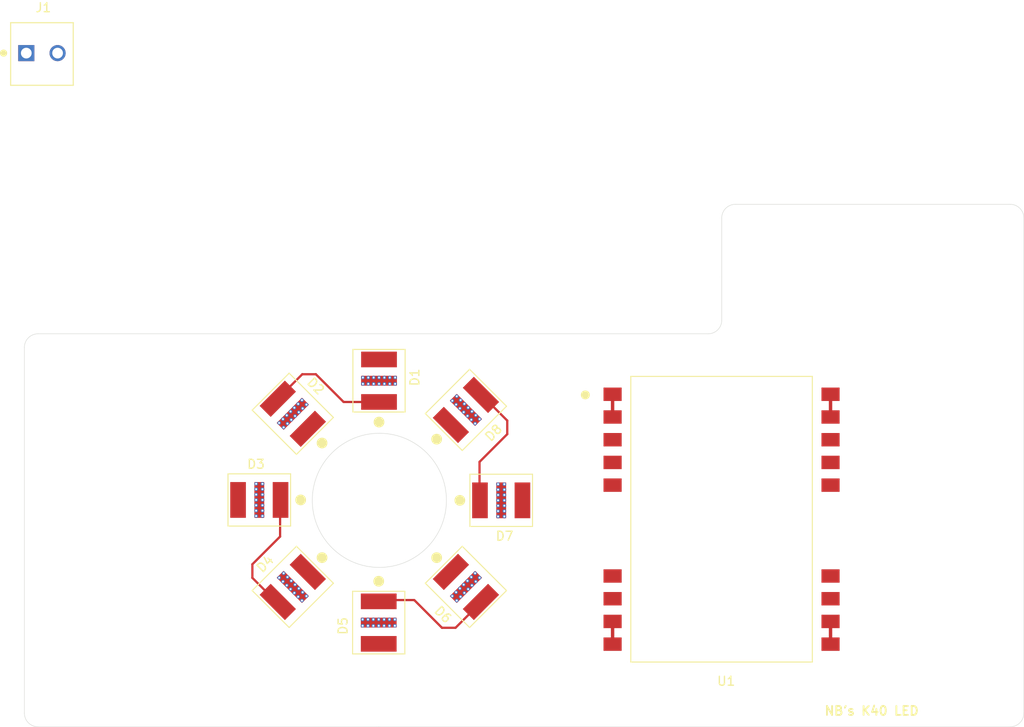
<source format=kicad_pcb>
(kicad_pcb (version 20221018) (generator pcbnew)
  (layers (0 "F.Cu" signal) (31 "B.Cu" signal) (34 "B.Paste" user) (35 "F.Paste" user) (36 "B.SilkS" user "B.Silkscreen") (37 "F.SilkS" user "F.Silkscreen") (38 "B.Mask" user) (39 "F.Mask" user) (44 "Edge.Cuts" user))
  (net 0 "")
  (net 1 "Net-(D1-PadC)")
  (net 2 "Net-(D3-PadC)")
  (net 3 "VOut")
  (net 9 "-Led")
  (net 10 "+Led")
  (net 16 "VIn")
  (net 17 "Net-(D7-PadC)")
  (net 18 "Net-(D5-PadC)")
  (footprint "Cree_MX3AWT-A1-R250-000BE3:Cree_MX3AWT-A1-R250-000BE3" (layer "F.Cu") (at 85.9282 138.045866 90)
    (fp_text reference "D5" (at 2 1 90) (layer "F.SilkS"))
    (fp_text value "LTST-C190KGKT")
    (fp_line (start -1.125 2.08) (end -1.125 7.92) (stroke (width 0.12)) (layer "F.SilkS"))
    (fp_line (start -1.125 2.08) (end 5.875 2.08) (stroke (width 0.12)) (layer "F.SilkS"))
    (fp_line (start -1.125 7.92) (end 5.875 7.92) (stroke (width 0.12)) (layer "F.SilkS"))
    (fp_line (start 5.875 2.08) (end 5.875 7.92) (stroke (width 0.12)) (layer "F.SilkS"))
    (fp_circle (center 7 5) (end 7.3 5) (stroke (width 0.6)) (fill none) (layer "F.SilkS"))
    (pad "65" thru_hole circle (at 2.0255 3.2 90) (size 0.4 0.4) (drill 0.2) (layers "*.Cu" "B.Mask"))
    (pad "65" thru_hole circle (at 2.0255 3.8 90) (size 0.4 0.4) (drill 0.2) (layers "*.Cu" "B.Mask"))
    (pad "65" thru_hole circle (at 2.0255 4.4 90) (size 0.4 0.4) (drill 0.2) (layers "*.Cu" "B.Mask"))
    (pad "65" thru_hole circle (at 2.0255 5 90) (size 0.4 0.4) (drill 0.2) (layers "*.Cu" "B.Mask"))
    (pad "65" thru_hole circle (at 2.0255 5.6 90) (size 0.4 0.4) (drill 0.2) (layers "*.Cu" "B.Mask"))
    (pad "65" thru_hole circle (at 2.0255 6.2 90) (size 0.4 0.4) (drill 0.2) (layers "*.Cu" "B.Mask"))
    (pad "65" thru_hole circle (at 2.0255 6.8 90) (size 0.4 0.4) (drill 0.2) (layers "*.Cu" "B.Mask"))
    (pad "65" smd rect (at 2.375 5 90) (size 1.1 4) (layers "F.Cu" "F.Paste" "F.Mask"))
    (pad "65" thru_hole circle (at 2.725 3.2 90) (size 0.4 0.4) (drill 0.2) (layers "*.Cu" "B.Mask"))
    (pad "65" thru_hole circle (at 2.725 3.8 90) (size 0.4 0.4) (drill 0.2) (layers "*.Cu" "B.Mask"))
    (pad "65" thru_hole circle (at 2.725 4.4 90) (size 0.4 0.4) (drill 0.2) (layers "*.Cu" "B.Mask"))
    (pad "65" thru_hole circle (at 2.725 5 90) (size 0.4 0.4) (drill 0.2) (layers "*.Cu" "B.Mask"))
    (pad "65" thru_hole circle (at 2.725 5.6 90) (size 0.4 0.4) (drill 0.2) (layers "*.Cu" "B.Mask"))
    (pad "65" thru_hole circle (at 2.725 6.2 90) (size 0.4 0.4) (drill 0.2) (layers "*.Cu" "B.Mask"))
    (pad "65" thru_hole circle (at 2.725 6.8 90) (size 0.4 0.4) (drill 0.2) (layers "*.Cu" "B.Mask"))
    (pad "A" smd rect (at 0 5 90) (size 1.75 4) (layers "F.Cu" "F.Paste" "F.Mask") (net 10 "+Led"))
    (pad "C" smd rect (at 4.75 5 90) (size 1.75 4) (layers "F.Cu" "F.Paste" "F.Mask") (net 18 "Net-(D5-PadC)"))
  )
  (footprint "Cree_MX3AWT-A1-R250-000BE3:Cree_MX3AWT-A1-R250-000BE3" (layer "F.Cu") (at 83.176777 107.105709 -45)
    (fp_text reference "D2" (at 2 1 135) (layer "F.SilkS"))
    (fp_text value "LTST-C190KGKT")
    (fp_line (start -1.125 2.08) (end -1.125 7.92) (stroke (width 0.12)) (layer "F.SilkS"))
    (fp_line (start -1.125 2.08) (end 5.875 2.08) (stroke (width 0.12)) (layer "F.SilkS"))
    (fp_line (start -1.125 7.92) (end 5.875 7.92) (stroke (width 0.12)) (layer "F.SilkS"))
    (fp_line (start 5.875 2.08) (end 5.875 7.92) (stroke (width 0.12)) (layer "F.SilkS"))
    (fp_circle (center 7 5) (end 7.3 5) (stroke (width 0.6)) (fill none) (layer "F.SilkS"))
    (pad "65" thru_hole circle (at 2.0255 3.2 315) (size 0.4 0.4) (drill 0.2) (layers "*.Cu" "B.Mask"))
    (pad "65" thru_hole circle (at 2.0255 3.8 315) (size 0.4 0.4) (drill 0.2) (layers "*.Cu" "B.Mask"))
    (pad "65" thru_hole circle (at 2.0255 4.4 315) (size 0.4 0.4) (drill 0.2) (layers "*.Cu" "B.Mask"))
    (pad "65" thru_hole circle (at 2.0255 5 315) (size 0.4 0.4) (drill 0.2) (layers "*.Cu" "B.Mask"))
    (pad "65" thru_hole circle (at 2.0255 5.6 315) (size 0.4 0.4) (drill 0.2) (layers "*.Cu" "B.Mask"))
    (pad "65" thru_hole circle (at 2.0255 6.2 315) (size 0.4 0.4) (drill 0.2) (layers "*.Cu" "B.Mask"))
    (pad "65" thru_hole circle (at 2.0255 6.8 315) (size 0.4 0.4) (drill 0.2) (layers "*.Cu" "B.Mask"))
    (pad "65" smd rect (at 2.375001 5 315) (size 1.1 4) (layers "F.Cu" "F.Paste" "F.Mask"))
    (pad "65" thru_hole circle (at 2.725 3.2 315) (size 0.4 0.4) (drill 0.2) (layers "*.Cu" "B.Mask"))
    (pad "65" thru_hole circle (at 2.725 3.8 315) (size 0.4 0.4) (drill 0.2) (layers "*.Cu" "B.Mask"))
    (pad "65" thru_hole circle (at 2.725 4.4 315) (size 0.4 0.4) (drill 0.2) (layers "*.Cu" "B.Mask"))
    (pad "65" thru_hole circle (at 2.725 5 315) (size 0.4 0.4) (drill 0.2) (layers "*.Cu" "B.Mask"))
    (pad "65" thru_hole circle (at 2.725 5.6 315) (size 0.4 0.4) (drill 0.2) (layers "*.Cu" "B.Mask"))
    (pad "65" thru_hole circle (at 2.725 6.2 315) (size 0.4 0.4) (drill 0.2) (layers "*.Cu" "B.Mask"))
    (pad "65" thru_hole circle (at 2.725 6.8 315) (size 0.4 0.4) (drill 0.2) (layers "*.Cu" "B.Mask"))
    (pad "A" smd rect (at 0 5 315) (size 1.75 4) (layers "F.Cu" "F.Paste" "F.Mask") (net 1 "Net-(D1-PadC)"))
    (pad "C" smd rect (at 4.75 5 315) (size 1.75 4) (layers "F.Cu" "F.Paste" "F.Mask") (net 9 "-Led"))
  )
  (footprint "Cree_MX3AWT-A1-R250-000BE3:Cree_MX3AWT-A1-R250-000BE3" (layer "F.Cu") (at 75.2 116.955127)
    (fp_text reference "D3" (at 2 1) (layer "F.SilkS"))
    (fp_text value "LTST-C190KGKT")
    (fp_line (start -1.125 2.08) (end -1.125 7.92) (stroke (width 0.12)) (layer "F.SilkS"))
    (fp_line (start -1.125 2.08) (end 5.875 2.08) (stroke (width 0.12)) (layer "F.SilkS"))
    (fp_line (start -1.125 7.92) (end 5.875 7.92) (stroke (width 0.12)) (layer "F.SilkS"))
    (fp_line (start 5.875 2.08) (end 5.875 7.92) (stroke (width 0.12)) (layer "F.SilkS"))
    (fp_circle (center 7 5) (end 7.3 5) (stroke (width 0.6)) (fill none) (layer "F.SilkS"))
    (pad "65" thru_hole circle (at 2.0255 3.2) (size 0.4 0.4) (drill 0.2) (layers "*.Cu" "B.Mask"))
    (pad "65" thru_hole circle (at 2.0255 3.8) (size 0.4 0.4) (drill 0.2) (layers "*.Cu" "B.Mask"))
    (pad "65" thru_hole circle (at 2.0255 4.4) (size 0.4 0.4) (drill 0.2) (layers "*.Cu" "B.Mask"))
    (pad "65" thru_hole circle (at 2.0255 5) (size 0.4 0.4) (drill 0.2) (layers "*.Cu" "B.Mask"))
    (pad "65" thru_hole circle (at 2.0255 5.6) (size 0.4 0.4) (drill 0.2) (layers "*.Cu" "B.Mask"))
    (pad "65" thru_hole circle (at 2.0255 6.2) (size 0.4 0.4) (drill 0.2) (layers "*.Cu" "B.Mask"))
    (pad "65" thru_hole circle (at 2.0255 6.8) (size 0.4 0.4) (drill 0.2) (layers "*.Cu" "B.Mask"))
    (pad "65" smd rect (at 2.375 5) (size 1.1 4) (layers "F.Cu" "F.Paste" "F.Mask"))
    (pad "65" thru_hole circle (at 2.725 3.2) (size 0.4 0.4) (drill 0.2) (layers "*.Cu" "B.Mask"))
    (pad "65" thru_hole circle (at 2.725 3.8) (size 0.4 0.4) (drill 0.2) (layers "*.Cu" "B.Mask"))
    (pad "65" thru_hole circle (at 2.725 4.4) (size 0.4 0.4) (drill 0.2) (layers "*.Cu" "B.Mask"))
    (pad "65" thru_hole circle (at 2.725 5) (size 0.4 0.4) (drill 0.2) (layers "*.Cu" "B.Mask"))
    (pad "65" thru_hole circle (at 2.725 5.6) (size 0.4 0.4) (drill 0.2) (layers "*.Cu" "B.Mask"))
    (pad "65" thru_hole circle (at 2.725 6.2) (size 0.4 0.4) (drill 0.2) (layers "*.Cu" "B.Mask"))
    (pad "65" thru_hole circle (at 2.725 6.8) (size 0.4 0.4) (drill 0.2) (layers "*.Cu" "B.Mask"))
    (pad "A" smd rect (at 0 5) (size 1.75 4) (layers "F.Cu" "F.Paste" "F.Mask") (net 10 "+Led"))
    (pad "C" smd rect (at 4.75 5) (size 1.75 4) (layers "F.Cu" "F.Paste" "F.Mask") (net 2 "Net-(D3-PadC)"))
  )
  (footprint "Cree_MX3AWT-A1-R250-000BE3:Cree_MX3AWT-A1-R250-000BE3" (layer "F.Cu") (at 107 127 180)
    (fp_text reference "D7" (at 2 1) (layer "F.SilkS"))
    (fp_text value "LTST-C190KGKT")
    (fp_line (start -1.125 2.08) (end -1.125 7.92) (stroke (width 0.12)) (layer "F.SilkS"))
    (fp_line (start -1.125 2.08) (end 5.875 2.08) (stroke (width 0.12)) (layer "F.SilkS"))
    (fp_line (start -1.125 7.92) (end 5.875 7.92) (stroke (width 0.12)) (layer "F.SilkS"))
    (fp_line (start 5.875 2.08) (end 5.875 7.92) (stroke (width 0.12)) (layer "F.SilkS"))
    (fp_circle (center 7 5) (end 7.3 5) (stroke (width 0.6)) (fill none) (layer "F.SilkS"))
    (pad "65" thru_hole circle (at 2.0255 3.2 180) (size 0.4 0.4) (drill 0.2) (layers "*.Cu" "B.Mask"))
    (pad "65" thru_hole circle (at 2.0255 3.8 180) (size 0.4 0.4) (drill 0.2) (layers "*.Cu" "B.Mask"))
    (pad "65" thru_hole circle (at 2.0255 4.4 180) (size 0.4 0.4) (drill 0.2) (layers "*.Cu" "B.Mask"))
    (pad "65" thru_hole circle (at 2.0255 5 180) (size 0.4 0.4) (drill 0.2) (layers "*.Cu" "B.Mask"))
    (pad "65" thru_hole circle (at 2.0255 5.6 180) (size 0.4 0.4) (drill 0.2) (layers "*.Cu" "B.Mask"))
    (pad "65" thru_hole circle (at 2.0255 6.2 180) (size 0.4 0.4) (drill 0.2) (layers "*.Cu" "B.Mask"))
    (pad "65" thru_hole circle (at 2.0255 6.8 180) (size 0.4 0.4) (drill 0.2) (layers "*.Cu" "B.Mask"))
    (pad "65" smd rect (at 2.375 5 180) (size 1.1 4) (layers "F.Cu" "F.Paste" "F.Mask"))
    (pad "65" thru_hole circle (at 2.725 3.2 180) (size 0.4 0.4) (drill 0.2) (layers "*.Cu" "B.Mask"))
    (pad "65" thru_hole circle (at 2.725 3.8 180) (size 0.4 0.4) (drill 0.2) (layers "*.Cu" "B.Mask"))
    (pad "65" thru_hole circle (at 2.725 4.4 180) (size 0.4 0.4) (drill 0.2) (layers "*.Cu" "B.Mask"))
    (pad "65" thru_hole circle (at 2.725 5 180) (size 0.4 0.4) (drill 0.2) (layers "*.Cu" "B.Mask"))
    (pad "65" thru_hole circle (at 2.725 5.6 180) (size 0.4 0.4) (drill 0.2) (layers "*.Cu" "B.Mask"))
    (pad "65" thru_hole circle (at 2.725 6.2 180) (size 0.4 0.4) (drill 0.2) (layers "*.Cu" "B.Mask"))
    (pad "65" thru_hole circle (at 2.725 6.8 180) (size 0.4 0.4) (drill 0.2) (layers "*.Cu" "B.Mask"))
    (pad "A" smd rect (at 0 5 180) (size 1.75 4) (layers "F.Cu" "F.Paste" "F.Mask") (net 10 "+Led"))
    (pad "C" smd rect (at 4.75 5 180) (size 1.75 4) (layers "F.Cu" "F.Paste" "F.Mask") (net 17 "Net-(D7-PadC)"))
  )
  (footprint "LDD-350HS:LDD-350HS" (layer "F.Cu") (at 117.08 105.64)
    (fp_text reference "U1" (at 12.7 36.576) (layer "F.SilkS"))
    (fp_text value "LDD_350HS")
    (fp_line (start 2.035 2.5) (end 2.035 34.44) (stroke (width 0.12)) (layer "F.SilkS"))
    (fp_line (start 2.035 2.5) (end 22.335 2.5) (stroke (width 0.12)) (layer "F.SilkS"))
    (fp_line (start 2.035 34.44) (end 22.335 34.44) (stroke (width 0.12)) (layer "F.SilkS"))
    (fp_line (start 22.335 2.5) (end 22.335 34.44) (stroke (width 0.12)) (layer "F.SilkS"))
    (fp_circle (center -3.048 4.572) (end -2.798 4.572) (stroke (width 0.5)) (fill none) (layer "F.SilkS"))
    (pad "1" smd rect locked (at 0 4.5) (size 2.03 1.5) (layers "F.Cu" "F.Paste" "F.Mask") (net 3 "VOut"))
    (pad "2" smd rect locked (at 0 7.04) (size 2.03 1.5) (layers "F.Cu" "F.Paste" "F.Mask") (net 3 "VOut"))
    (pad "3" smd rect locked (at 0 9.58) (size 2.03 1.5) (layers "F.Cu" "F.Paste" "F.Mask"))
    (pad "4" smd rect locked (at 0 12.12) (size 2.03 1.5) (layers "F.Cu" "F.Paste" "F.Mask"))
    (pad "5" smd rect locked (at 0 14.66) (size 2.03 1.5) (layers "F.Cu" "F.Paste" "F.Mask"))
    (pad "9" smd rect locked (at 0 24.82) (size 2.03 1.5) (layers "F.Cu" "F.Paste" "F.Mask"))
    (pad "10" smd rect locked (at 0 27.36) (size 2.03 1.5) (layers "F.Cu" "F.Paste" "F.Mask"))
    (pad "11" smd rect locked (at 0 29.9) (size 2.03 1.5) (layers "F.Cu" "F.Paste" "F.Mask") (net 9 "-Led"))
    (pad "12" smd rect locked (at 0 32.44) (size 2.03 1.5) (layers "F.Cu" "F.Paste" "F.Mask") (net 9 "-Led"))
    (pad "13" smd rect locked (at 24.37 32.44) (size 2.03 1.5) (layers "F.Cu" "F.Paste" "F.Mask") (net 10 "+Led"))
    (pad "14" smd rect locked (at 24.37 29.9) (size 2.03 1.5) (layers "F.Cu" "F.Paste" "F.Mask") (net 10 "+Led"))
    (pad "15" smd rect locked (at 24.37 27.36) (size 2.03 1.5) (layers "F.Cu" "F.Paste" "F.Mask"))
    (pad "16" smd rect locked (at 24.37 24.82) (size 2.03 1.5) (layers "F.Cu" "F.Paste" "F.Mask"))
    (pad "20" smd rect locked (at 24.37 14.66) (size 2.03 1.5) (layers "F.Cu" "F.Paste" "F.Mask"))
    (pad "21" smd rect locked (at 24.37 12.12) (size 2.03 1.5) (layers "F.Cu" "F.Paste" "F.Mask"))
    (pad "22" smd rect locked (at 24.37 9.58) (size 2.03 1.5) (layers "F.Cu" "F.Paste" "F.Mask"))
    (pad "23" smd rect locked (at 24.37 7.04) (size 2.03 1.5) (layers "F.Cu" "F.Paste" "F.Mask") (net 16 "VIn"))
    (pad "24" smd rect locked (at 24.37 4.5) (size 2.03 1.5) (layers "F.Cu" "F.Paste" "F.Mask") (net 16 "VIn"))
  )
  (footprint "Cree_MX3AWT-A1-R250-000BE3:Cree_MX3AWT-A1-R250-000BE3" (layer "F.Cu") (at 105.894291 113.744134 -135)
    (fp_text reference "D8" (at 2 1 45) (layer "F.SilkS"))
    (fp_text value "LTST-C190KGKT")
    (fp_line (start -1.125 2.08) (end -1.125 7.92) (stroke (width 0.12)) (layer "F.SilkS"))
    (fp_line (start -1.125 2.08) (end 5.875 2.08) (stroke (width 0.12)) (layer "F.SilkS"))
    (fp_line (start -1.125 7.92) (end 5.875 7.92) (stroke (width 0.12)) (layer "F.SilkS"))
    (fp_line (start 5.875 2.08) (end 5.875 7.92) (stroke (width 0.12)) (layer "F.SilkS"))
    (fp_circle (center 7 5) (end 7.3 5) (stroke (width 0.6)) (fill none) (layer "F.SilkS"))
    (pad "65" thru_hole circle (at 2.0255 3.2 225) (size 0.4 0.4) (drill 0.2) (layers "*.Cu" "B.Mask"))
    (pad "65" thru_hole circle (at 2.0255 3.8 225) (size 0.4 0.4) (drill 0.2) (layers "*.Cu" "B.Mask"))
    (pad "65" thru_hole circle (at 2.0255 4.4 225) (size 0.4 0.4) (drill 0.2) (layers "*.Cu" "B.Mask"))
    (pad "65" thru_hole circle (at 2.0255 5 225) (size 0.4 0.4) (drill 0.2) (layers "*.Cu" "B.Mask"))
    (pad "65" thru_hole circle (at 2.0255 5.6 225) (size 0.4 0.4) (drill 0.2) (layers "*.Cu" "B.Mask"))
    (pad "65" thru_hole circle (at 2.0255 6.2 225) (size 0.4 0.4) (drill 0.2) (layers "*.Cu" "B.Mask"))
    (pad "65" thru_hole circle (at 2.0255 6.8 225) (size 0.4 0.4) (drill 0.2) (layers "*.Cu" "B.Mask"))
    (pad "65" smd rect (at 2.375001 5 225) (size 1.1 4) (layers "F.Cu" "F.Paste" "F.Mask"))
    (pad "65" thru_hole circle (at 2.725 3.2 225) (size 0.4 0.4) (drill 0.2) (layers "*.Cu" "B.Mask"))
    (pad "65" thru_hole circle (at 2.725 3.8 225) (size 0.4 0.4) (drill 0.2) (layers "*.Cu" "B.Mask"))
    (pad "65" thru_hole circle (at 2.725 4.4 225) (size 0.4 0.4) (drill 0.2) (layers "*.Cu" "B.Mask"))
    (pad "65" thru_hole circle (at 2.725 5 225) (size 0.4 0.4) (drill 0.2) (layers "*.Cu" "B.Mask"))
    (pad "65" thru_hole circle (at 2.725 5.6 225) (size 0.4 0.4) (drill 0.2) (layers "*.Cu" "B.Mask"))
    (pad "65" thru_hole circle (at 2.725 6.2 225) (size 0.4 0.4) (drill 0.2) (layers "*.Cu" "B.Mask"))
    (pad "65" thru_hole circle (at 2.725 6.8 225) (size 0.4 0.4) (drill 0.2) (layers "*.Cu" "B.Mask"))
    (pad "A" smd rect (at 0 5 225) (size 1.75 4) (layers "F.Cu" "F.Paste" "F.Mask") (net 17 "Net-(D7-PadC)"))
    (pad "C" smd rect (at 4.75 5 225) (size 1.75 4) (layers "F.Cu" "F.Paste" "F.Mask") (net 9 "-Led"))
  )
  (footprint "Cree_MX3AWT-A1-R250-000BE3:Cree_MX3AWT-A1-R250-000BE3" (layer "F.Cu") (at 76.105709 129.823223 45)
    (fp_text reference "D4" (at 2 1 45) (layer "F.SilkS"))
    (fp_text value "LTST-C190KGKT")
    (fp_line (start -1.125 2.08) (end -1.125 7.92) (stroke (width 0.12)) (layer "F.SilkS"))
    (fp_line (start -1.125 2.08) (end 5.875 2.08) (stroke (width 0.12)) (layer "F.SilkS"))
    (fp_line (start -1.125 7.92) (end 5.875 7.92) (stroke (width 0.12)) (layer "F.SilkS"))
    (fp_line (start 5.875 2.08) (end 5.875 7.92) (stroke (width 0.12)) (layer "F.SilkS"))
    (fp_circle (center 7 5) (end 7.3 5) (stroke (width 0.6)) (fill none) (layer "F.SilkS"))
    (pad "65" thru_hole circle (at 2.0255 3.2 45) (size 0.4 0.4) (drill 0.2) (layers "*.Cu" "B.Mask"))
    (pad "65" thru_hole circle (at 2.0255 3.8 45) (size 0.4 0.4) (drill 0.2) (layers "*.Cu" "B.Mask"))
    (pad "65" thru_hole circle (at 2.0255 4.4 45) (size 0.4 0.4) (drill 0.2) (layers "*.Cu" "B.Mask"))
    (pad "65" thru_hole circle (at 2.0255 5 45) (size 0.4 0.4) (drill 0.2) (layers "*.Cu" "B.Mask"))
    (pad "65" thru_hole circle (at 2.0255 5.6 45) (size 0.4 0.4) (drill 0.2) (layers "*.Cu" "B.Mask"))
    (pad "65" thru_hole circle (at 2.0255 6.2 45) (size 0.4 0.4) (drill 0.2) (layers "*.Cu" "B.Mask"))
    (pad "65" thru_hole circle (at 2.0255 6.8 45) (size 0.4 0.4) (drill 0.2) (layers "*.Cu" "B.Mask"))
    (pad "65" smd rect (at 2.375001 5 45) (size 1.1 4) (layers "F.Cu" "F.Paste" "F.Mask"))
    (pad "65" thru_hole circle (at 2.725 3.2 45) (size 0.4 0.4) (drill 0.2) (layers "*.Cu" "B.Mask"))
    (pad "65" thru_hole circle (at 2.725 3.8 45) (size 0.4 0.4) (drill 0.2) (layers "*.Cu" "B.Mask"))
    (pad "65" thru_hole circle (at 2.725 4.4 45) (size 0.4 0.4) (drill 0.2) (layers "*.Cu" "B.Mask"))
    (pad "65" thru_hole circle (at 2.725 5 45) (size 0.4 0.4) (drill 0.2) (layers "*.Cu" "B.Mask"))
    (pad "65" thru_hole circle (at 2.725 5.6 45) (size 0.4 0.4) (drill 0.2) (layers "*.Cu" "B.Mask"))
    (pad "65" thru_hole circle (at 2.725 6.2 45) (size 0.4 0.4) (drill 0.2) (layers "*.Cu" "B.Mask"))
    (pad "65" thru_hole circle (at 2.725 6.8 45) (size 0.4 0.4) (drill 0.2) (layers "*.Cu" "B.Mask"))
    (pad "A" smd rect (at 0 5 45) (size 1.75 4) (layers "F.Cu" "F.Paste" "F.Mask") (net 2 "Net-(D3-PadC)"))
    (pad "C" smd rect (at 4.75 5 45) (size 1.75 4) (layers "F.Cu" "F.Paste" "F.Mask") (net 9 "-Led"))
  )
  (footprint "Cree_MX3AWT-A1-R250-000BE3:Cree_MX3AWT-A1-R250-000BE3" (layer "F.Cu") (at 98.823223 136.894291 135)
    (fp_text reference "D6" (at 2 1 135) (layer "F.SilkS"))
    (fp_text value "LTST-C190KGKT")
    (fp_line (start -1.125 2.08) (end -1.125 7.92) (stroke (width 0.12)) (layer "F.SilkS"))
    (fp_line (start -1.125 2.08) (end 5.875 2.08) (stroke (width 0.12)) (layer "F.SilkS"))
    (fp_line (start -1.125 7.92) (end 5.875 7.92) (stroke (width 0.12)) (layer "F.SilkS"))
    (fp_line (start 5.875 2.08) (end 5.875 7.92) (stroke (width 0.12)) (layer "F.SilkS"))
    (fp_circle (center 7 5) (end 7.3 5) (stroke (width 0.6)) (fill none) (layer "F.SilkS"))
    (pad "65" thru_hole circle (at 2.0255 3.2 135) (size 0.4 0.4) (drill 0.2) (layers "*.Cu" "B.Mask"))
    (pad "65" thru_hole circle (at 2.0255 3.8 135) (size 0.4 0.4) (drill 0.2) (layers "*.Cu" "B.Mask"))
    (pad "65" thru_hole circle (at 2.0255 4.4 135) (size 0.4 0.4) (drill 0.2) (layers "*.Cu" "B.Mask"))
    (pad "65" thru_hole circle (at 2.0255 5 135) (size 0.4 0.4) (drill 0.2) (layers "*.Cu" "B.Mask"))
    (pad "65" thru_hole circle (at 2.0255 5.6 135) (size 0.4 0.4) (drill 0.2) (layers "*.Cu" "B.Mask"))
    (pad "65" thru_hole circle (at 2.0255 6.2 135) (size 0.4 0.4) (drill 0.2) (layers "*.Cu" "B.Mask"))
    (pad "65" thru_hole circle (at 2.0255 6.8 135) (size 0.4 0.4) (drill 0.2) (layers "*.Cu" "B.Mask"))
    (pad "65" smd rect (at 2.375001 5 135) (size 1.1 4) (layers "F.Cu" "F.Paste" "F.Mask"))
    (pad "65" thru_hole circle (at 2.725 3.2 135) (size 0.4 0.4) (drill 0.2) (layers "*.Cu" "B.Mask"))
    (pad "65" thru_hole circle (at 2.725 3.8 135) (size 0.4 0.4) (drill 0.2) (layers "*.Cu" "B.Mask"))
    (pad "65" thru_hole circle (at 2.725 4.4 135) (size 0.4 0.4) (drill 0.2) (layers "*.Cu" "B.Mask"))
    (pad "65" thru_hole circle (at 2.725 5 135) (size 0.4 0.4) (drill 0.2) (layers "*.Cu" "B.Mask"))
    (pad "65" thru_hole circle (at 2.725 5.6 135) (size 0.4 0.4) (drill 0.2) (layers "*.Cu" "B.Mask"))
    (pad "65" thru_hole circle (at 2.725 6.2 135) (size 0.4 0.4) (drill 0.2) (layers "*.Cu" "B.Mask"))
    (pad "65" thru_hole circle (at 2.725 6.8 135) (size 0.4 0.4) (drill 0.2) (layers "*.Cu" "B.Mask"))
    (pad "A" smd rect (at 0 5 135) (size 1.75 4) (layers "F.Cu" "F.Paste" "F.Mask") (net 18 "Net-(D5-PadC)"))
    (pad "C" smd rect (at 4.75 5 135) (size 1.75 4) (layers "F.Cu" "F.Paste" "F.Mask") (net 9 "-Led"))
  )
  (footprint "Cree_MX3AWT-A1-R250-000BE3:Cree_MX3AWT-A1-R250-000BE3" (layer "F.Cu") (at 95.9612 106.2482 -90)
    (fp_text reference "D1" (at 2 1 90) (layer "F.SilkS"))
    (fp_text value "~")
    (fp_line (start -1.125 2.08) (end -1.125 7.92) (stroke (width 0.12)) (layer "F.SilkS"))
    (fp_line (start -1.125 2.08) (end 5.875 2.08) (stroke (width 0.12)) (layer "F.SilkS"))
    (fp_line (start -1.125 7.92) (end 5.875 7.92) (stroke (width 0.12)) (layer "F.SilkS"))
    (fp_line (start 5.875 2.08) (end 5.875 7.92) (stroke (width 0.12)) (layer "F.SilkS"))
    (fp_circle (center 7 5) (end 7.3 5) (stroke (width 0.6)) (fill none) (layer "F.SilkS"))
    (pad "65" thru_hole circle (at 2.0255 3.2 270) (size 0.4 0.4) (drill 0.2) (layers "*.Cu" "B.Mask"))
    (pad "65" thru_hole circle (at 2.0255 3.8 270) (size 0.4 0.4) (drill 0.2) (layers "*.Cu" "B.Mask"))
    (pad "65" thru_hole circle (at 2.0255 4.4 270) (size 0.4 0.4) (drill 0.2) (layers "*.Cu" "B.Mask"))
    (pad "65" thru_hole circle (at 2.0255 5 270) (size 0.4 0.4) (drill 0.2) (layers "*.Cu" "B.Mask"))
    (pad "65" thru_hole circle (at 2.0255 5.6 270) (size 0.4 0.4) (drill 0.2) (layers "*.Cu" "B.Mask"))
    (pad "65" thru_hole circle (at 2.0255 6.2 270) (size 0.4 0.4) (drill 0.2) (layers "*.Cu" "B.Mask"))
    (pad "65" thru_hole circle (at 2.0255 6.8 270) (size 0.4 0.4) (drill 0.2) (layers "*.Cu" "B.Mask"))
    (pad "65" smd rect (at 2.375 5 270) (size 1.1 4) (layers "F.Cu" "F.Paste" "F.Mask"))
    (pad "65" thru_hole circle (at 2.725 3.2 270) (size 0.4 0.4) (drill 0.2) (layers "*.Cu" "B.Mask"))
    (pad "65" thru_hole circle (at 2.725 3.8 270) (size 0.4 0.4) (drill 0.2) (layers "*.Cu" "B.Mask"))
    (pad "65" thru_hole circle (at 2.725 4.4 270) (size 0.4 0.4) (drill 0.2) (layers "*.Cu" "B.Mask"))
    (pad "65" thru_hole circle (at 2.725 5 270) (size 0.4 0.4) (drill 0.2) (layers "*.Cu" "B.Mask"))
    (pad "65" thru_hole circle (at 2.725 5.6 270) (size 0.4 0.4) (drill 0.2) (layers "*.Cu" "B.Mask"))
    (pad "65" thru_hole circle (at 2.725 6.2 270) (size 0.4 0.4) (drill 0.2) (layers "*.Cu" "B.Mask"))
    (pad "65" thru_hole circle (at 2.725 6.8 270) (size 0.4 0.4) (drill 0.2) (layers "*.Cu" "B.Mask"))
    (pad "A" smd rect (at 0 5 270) (size 1.75 4) (layers "F.Cu" "F.Paste" "F.Mask") (net 10 "+Led"))
    (pad "C" smd rect (at 4.75 5 270) (size 1.75 4) (layers "F.Cu" "F.Paste" "F.Mask") (net 1 "Net-(D1-PadC)"))
  )
  (footprint "2Block_Terminal_1776275_2:TE_1776275-2" (layer "F.Cu") (at 51.52 71.99)
    (fp_text reference "J1" (at 1.9083 -5.08881) (layer "F.SilkS") (effects (font (size 1.001732 1.001732))))
    (fp_text value "1776275-2")
    (fp_line (start -1.75 -3.4) (end 5.25 -3.4) (stroke (width 0.127)) (layer "F.SilkS"))
    (fp_line (start -1.75 3.6) (end -1.75 -3.4) (stroke (width 0.127)) (layer "F.SilkS"))
    (fp_line (start 5.25 -3.4) (end 5.25 3.6) (stroke (width 0.127)) (layer "F.SilkS"))
    (fp_line (start 5.25 3.6) (end -1.75 3.6) (stroke (width 0.127)) (layer "F.SilkS"))
    (fp_circle (center -2.54 0) (end -2.34 0) (stroke (width 0.4)) (fill none) (layer "F.SilkS"))
    (pad "1" thru_hole rect (at 0 0) (size 1.8 1.8) (drill 1.2) (layers "*.Cu" "*.Mask") (net 16 "VIn"))
    (pad "2" thru_hole circle (at 3.5 0) (size 1.8 1.8) (drill 1.2) (layers "*.Cu" "*.Mask") (net 3 "VOut"))
  )
  (gr_line (start 129.286 90.424) (end 129.286 97.028) (stroke (width 0.05)) (layer "Edge.Cuts"))
  (gr_line (start 127.762 103.378) (end 52.832 103.378) (stroke (width 0.05)) (layer "Edge.Cuts"))
  (gr_circle (center 91 122) (end 98.5 122) (stroke (width 0.05)) (fill none) (layer "Edge.Cuts"))
  (gr_line (start 90.932 147.32) (end 161.544 147.32) (stroke (width 0.05)) (layer "Edge.Cuts"))
  (gr_arc (start 52.832 147.32) (mid 51.754369 146.873631) (end 51.308 145.796) (stroke (width 0.05)) (layer "Edge.Cuts"))
  (gr_arc (start 129.286 90.424) (mid 129.732369 89.346369) (end 130.81 88.9) (stroke (width 0.05)) (layer "Edge.Cuts"))
  (gr_line (start 51.308 104.902) (end 51.308 145.796) (stroke (width 0.05)) (layer "Edge.Cuts"))
  (gr_arc (start 163.068 145.796) (mid 162.621631 146.873631) (end 161.544 147.32) (stroke (width 0.05)) (layer "Edge.Cuts"))
  (gr_arc (start 129.286 101.854) (mid 128.839631 102.931631) (end 127.762 103.378) (stroke (width 0.05)) (layer "Edge.Cuts"))
  (gr_arc (start 161.544 88.9) (mid 162.621631 89.346369) (end 163.068 90.424) (stroke (width 0.05)) (layer "Edge.Cuts"))
  (gr_line (start 129.286 97.028) (end 129.286 101.854) (stroke (width 0.05)) (layer "Edge.Cuts"))
  (gr_line (start 163.068 145.796) (end 163.068 90.424) (stroke (width 0.05)) (layer "Edge.Cuts"))
  (gr_line (start 161.544 88.9) (end 130.81 88.9) (stroke (width 0.05)) (layer "Edge.Cuts"))
  (gr_arc (start 51.308 104.902) (mid 51.754369 103.824369) (end 52.832 103.378) (stroke (width 0.05)) (layer "Edge.Cuts"))
  (gr_line (start 52.832 147.32) (end 90.932 147.32) (stroke (width 0.05)) (layer "Edge.Cuts"))
  (gr_text "NB's K40 LED" (at 146.05 145.542) (layer "F.SilkS") (effects (font (size 1 1) (thickness 0.2))))
  (segment (start 100.887979 111.887979) (end 100.679378 111.887979) (width 0.25) (layer "F.Cu") (net 0))
  (segment (start 81.320622 131.679378) (end 81.429378 131.679378) (width 0.25) (layer "F.Cu") (net 0))
  (segment (start 81.320622 112.320622) (end 81.320622 112.179378) (width 0.25) (layer "F.Cu") (net 0))
  (segment (start 87 111) (end 91 111) (width 0.25) (layer "F.Cu") (net 1))
  (segment (start 83.9 107.9) (end 87 111) (width 0.25) (layer "F.Cu") (net 1))
  (segment (start 82.382486 107.9) (end 83.9 107.9) (width 0.25) (layer "F.Cu") (net 1))
  (segment (start 79.641243 110.641243) (end 82.382486 107.9) (width 0.25) (layer "F.Cu") (net 1))
  (segment (start 76.8 129.15) (end 79.9 126.05) (width 0.25) (layer "F.Cu") (net 2))
  (segment (start 79.541243 133.408757) (end 76.8 130.667514) (width 0.25) (layer "F.Cu") (net 2))
  (segment (start 79.9 126.05) (end 79.9 122.05) (width 0.25) (layer "F.Cu") (net 2))
  (segment (start 76.8 130.667514) (end 76.8 129.15) (width 0.25) (layer "F.Cu") (net 2))
  (segment (start 117.08 112.68) (end 117.08 110.14) (width 0.381) (layer "F.Cu") (net 3))
  (segment (start 117.08 135.54) (end 117.08 138.08) (width 0.381) (layer "F.Cu") (net 9))
  (segment (start 141.45 138.08) (end 141.45 135.54) (width 0.381) (layer "F.Cu") (net 10))
  (segment (start 141.48 110.11) (end 141.45 110.14) (width 0.25) (layer "F.Cu") (net 16))
  (segment (start 141.45 110.14) (end 141.45 112.68) (width 0.381) (layer "F.Cu") (net 16))
  (segment (start 105.3 113.082486) (end 105.3 114.6) (width 0.25) (layer "F.Cu") (net 17))
  (segment (start 102.2 117.7) (end 102.2 121.7) (width 0.25) (layer "F.Cu") (net 17))
  (segment (start 102.558757 110.341243) (end 105.3 113.082486) (width 0.25) (layer "F.Cu") (net 17))
  (segment (start 105.3 114.6) (end 102.2 117.7) (width 0.25) (layer "F.Cu") (net 17))
  (segment (start 102.258757 133.508757) (end 99.517514 136.25) (width 0.25) (layer "F.Cu") (net 18))
  (segment (start 99.517514 136.25) (end 98 136.25) (width 0.25) (layer "F.Cu") (net 18))
  (segment (start 94.9 133.15) (end 90.9 133.15) (width 0.25) (layer "F.Cu") (net 18))
  (segment (start 98 136.25) (end 94.9 133.15) (width 0.25) (layer "F.Cu") (net 18))
)
</source>
